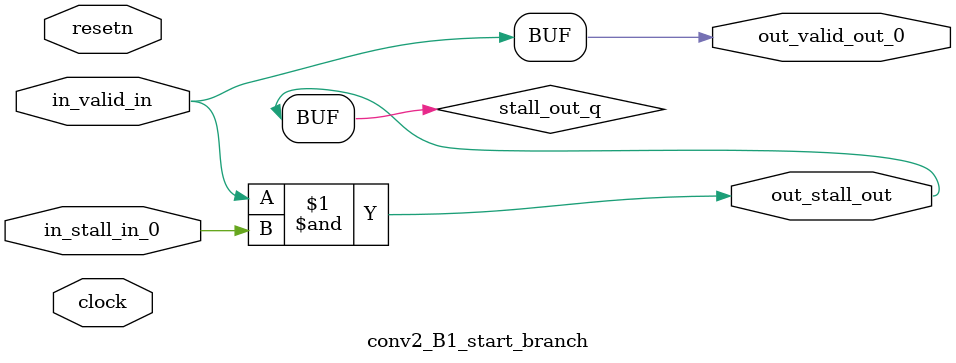
<source format=sv>



(* altera_attribute = "-name AUTO_SHIFT_REGISTER_RECOGNITION OFF; -name MESSAGE_DISABLE 10036; -name MESSAGE_DISABLE 10037; -name MESSAGE_DISABLE 14130; -name MESSAGE_DISABLE 14320; -name MESSAGE_DISABLE 15400; -name MESSAGE_DISABLE 14130; -name MESSAGE_DISABLE 10036; -name MESSAGE_DISABLE 12020; -name MESSAGE_DISABLE 12030; -name MESSAGE_DISABLE 12010; -name MESSAGE_DISABLE 12110; -name MESSAGE_DISABLE 14320; -name MESSAGE_DISABLE 13410; -name MESSAGE_DISABLE 113007; -name MESSAGE_DISABLE 10958" *)
module conv2_B1_start_branch (
    input wire [0:0] in_stall_in_0,
    input wire [0:0] in_valid_in,
    output wire [0:0] out_stall_out,
    output wire [0:0] out_valid_out_0,
    input wire clock,
    input wire resetn
    );

    wire [0:0] stall_out_q;


    // stall_out(LOGICAL,6)
    assign stall_out_q = in_valid_in & in_stall_in_0;

    // out_stall_out(GPOUT,4)
    assign out_stall_out = stall_out_q;

    // out_valid_out_0(GPOUT,5)
    assign out_valid_out_0 = in_valid_in;

endmodule

</source>
